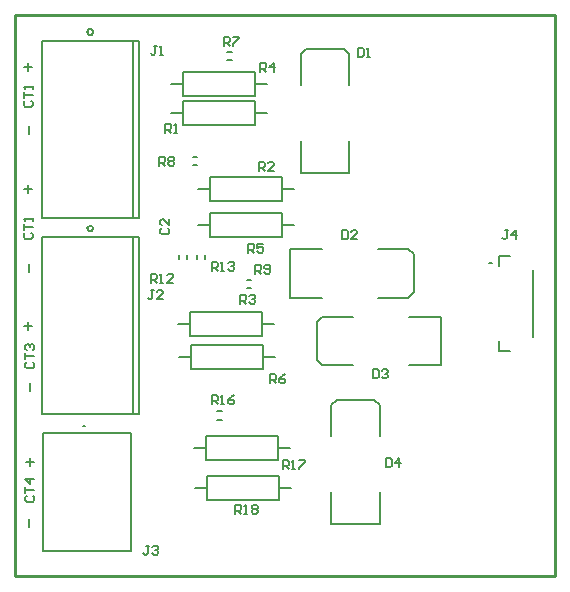
<source format=gto>
G04*
G04 #@! TF.GenerationSoftware,Altium Limited,Altium Designer,18.1.7 (191)*
G04*
G04 Layer_Color=65535*
%FSLAX25Y25*%
%MOIN*%
G70*
G01*
G75*
%ADD10C,0.00787*%
%ADD11C,0.00800*%
%ADD12C,0.01000*%
%ADD13C,0.00500*%
D10*
X123394Y363047D02*
X122606D01*
X123394D01*
X258831Y417386D02*
X258043D01*
X258831D01*
X167260Y365209D02*
X168835D01*
X167260Y367965D02*
X168835D01*
X221571Y359850D02*
Y370087D01*
X219799Y371858D02*
X221571Y370087D01*
X205410D02*
X207201Y371858D01*
X205429Y330520D02*
Y341150D01*
X221571Y330520D02*
Y341150D01*
X205429Y330520D02*
X221571D01*
X207201Y371858D02*
X219799D01*
X205429Y359850D02*
Y370087D01*
X202413Y399571D02*
X212650D01*
X200642Y397799D02*
X202413Y399571D01*
X200642Y385201D02*
X202413Y383410D01*
X231350Y383429D02*
X241980D01*
X231350Y399571D02*
X241980D01*
Y383429D02*
Y399571D01*
X200642Y385201D02*
Y397799D01*
X202413Y383429D02*
X212650D01*
X195185Y476756D02*
Y486992D01*
X196957Y488764D02*
X209555D01*
X195185Y447425D02*
X211327D01*
Y458055D01*
X195185Y447425D02*
Y458055D01*
X195165Y486992D02*
X196957Y488764D01*
X209555D02*
X211327Y486992D01*
Y476756D02*
Y486992D01*
X170713Y487878D02*
X172287D01*
X170713Y485122D02*
X172287D01*
X177213Y409122D02*
X178787D01*
X177213Y411878D02*
X178787D01*
X160622Y418713D02*
Y420287D01*
X163378Y418713D02*
Y420287D01*
X157468Y418713D02*
Y420287D01*
X154713Y418713D02*
Y420287D01*
X159213Y450122D02*
X160787D01*
X159213Y452878D02*
X160787D01*
X220850Y405929D02*
X231087D01*
X232858Y407701D01*
X231087Y422090D02*
X232858Y420299D01*
X191520Y422071D02*
X202150D01*
X191520Y405929D02*
X202150D01*
X191520D02*
Y422071D01*
X232858Y407701D02*
Y420299D01*
X220850Y422071D02*
X231087D01*
X160000Y342500D02*
X164000D01*
X188000D02*
X192000D01*
X164000Y346500D02*
X188000D01*
X164000Y338500D02*
Y346500D01*
Y338500D02*
X188000D01*
Y346500D01*
X159500Y355658D02*
X163500D01*
X187500D02*
X191500D01*
X163500Y359658D02*
X187500D01*
X163500Y351658D02*
Y359658D01*
Y351658D02*
X187500D01*
Y359658D01*
X154681Y386000D02*
X158681D01*
X182681D02*
X186681D01*
X158681Y390000D02*
X182681D01*
X158681Y382000D02*
Y390000D01*
Y382000D02*
X182681D01*
Y390000D01*
X161000Y430000D02*
X165000D01*
X189000D02*
X193000D01*
X165000Y434000D02*
X189000D01*
X165000Y426000D02*
Y434000D01*
Y426000D02*
X189000D01*
Y434000D01*
X152000Y477256D02*
X156000D01*
X180000D02*
X184000D01*
X156000Y481256D02*
X180000D01*
X156000Y473256D02*
Y481256D01*
Y473256D02*
X180000D01*
Y481256D01*
X154217Y397000D02*
X158217D01*
X182217D02*
X186216D01*
X158217Y401000D02*
X182217D01*
X158217Y393000D02*
Y401000D01*
Y393000D02*
X182217D01*
Y401000D01*
X161000Y442130D02*
X165000D01*
X189000D02*
X193000D01*
X165000Y446130D02*
X189000D01*
X165000Y438130D02*
Y446130D01*
Y438130D02*
X189000D01*
Y446130D01*
X152000Y467500D02*
X156000D01*
X180000D02*
X184000D01*
X156000Y471500D02*
X180000D01*
X156000Y463500D02*
Y471500D01*
Y463500D02*
X180000D01*
Y471500D01*
D11*
X125984Y494480D02*
X125492Y495333D01*
X124508D01*
X124016Y494480D01*
X124508Y493628D01*
X125492D01*
X125984Y494480D01*
Y428980D02*
X125492Y429833D01*
X124508D01*
X124016Y428980D01*
X124508Y428128D01*
X125492D01*
X125984Y428980D01*
X103500Y351003D02*
X106166D01*
X104833Y352336D02*
Y349670D01*
X104501Y329476D02*
Y332142D01*
X103816Y339818D02*
X103316Y339318D01*
Y338319D01*
X103816Y337819D01*
X105815D01*
X106315Y338319D01*
Y339318D01*
X105815Y339818D01*
X103316Y340818D02*
Y342817D01*
Y341818D01*
X106315D01*
Y345317D02*
X103316D01*
X104815Y343817D01*
Y345816D01*
X105001Y374819D02*
Y377485D01*
X103816Y384318D02*
X103316Y383818D01*
Y382819D01*
X103816Y382319D01*
X105815D01*
X106315Y382819D01*
Y383818D01*
X105815Y384318D01*
X103316Y385318D02*
Y387317D01*
Y386318D01*
X106315D01*
X103816Y388317D02*
X103316Y388817D01*
Y389816D01*
X103816Y390316D01*
X104316D01*
X104815Y389816D01*
Y389317D01*
Y389816D01*
X105315Y390316D01*
X105815D01*
X106315Y389816D01*
Y388817D01*
X105815Y388317D01*
X104501Y414585D02*
Y417251D01*
X103316Y427499D02*
X102816Y427000D01*
Y426000D01*
X103316Y425500D01*
X105315D01*
X105815Y426000D01*
Y427000D01*
X105315Y427499D01*
X102816Y428499D02*
Y430498D01*
Y429499D01*
X105815D01*
Y431498D02*
Y432498D01*
Y431998D01*
X102816D01*
X103316Y431498D01*
Y471499D02*
X102816Y470999D01*
Y470000D01*
X103316Y469500D01*
X105315D01*
X105815Y470000D01*
Y470999D01*
X105315Y471499D01*
X102816Y472499D02*
Y474498D01*
Y473499D01*
X105815D01*
Y475498D02*
Y476498D01*
Y475998D01*
X102816D01*
X103316Y475498D01*
X103000Y396499D02*
X105666D01*
X104333Y397832D02*
Y395166D01*
X103000Y442184D02*
X105666D01*
X104333Y443517D02*
Y440851D01*
X104501Y460500D02*
Y463166D01*
X103000Y482684D02*
X105666D01*
X104333Y484017D02*
Y481352D01*
D12*
X100000Y313000D02*
X104000D01*
X100000D02*
Y500000D01*
X280000D01*
Y313000D02*
Y500000D01*
X104000Y313000D02*
X280000D01*
D13*
X109221Y321315D02*
X138748D01*
X109221D02*
Y360685D01*
X138748D01*
Y321315D02*
Y360685D01*
X139173Y432472D02*
Y491528D01*
X108858D02*
X141142D01*
X108858Y432472D02*
Y491528D01*
Y432472D02*
X139173D01*
X141142D01*
Y491528D01*
X272709Y392779D02*
Y415220D01*
X261291Y419748D02*
X264933D01*
X261291Y416402D02*
Y419748D01*
Y388252D02*
X264933D01*
X261291D02*
Y391598D01*
X141142Y366972D02*
Y426028D01*
X139173Y366972D02*
X141142D01*
X108858D02*
X139173D01*
X108858D02*
Y426028D01*
X141142D01*
X139173Y366972D02*
Y426028D01*
X173347Y333900D02*
Y336899D01*
X174847D01*
X175347Y336399D01*
Y335400D01*
X174847Y334900D01*
X173347D01*
X174347D02*
X175347Y333900D01*
X176346D02*
X177346D01*
X176846D01*
Y336899D01*
X176346Y336399D01*
X178846D02*
X179345Y336899D01*
X180345D01*
X180845Y336399D01*
Y335899D01*
X180345Y335400D01*
X180845Y334900D01*
Y334400D01*
X180345Y333900D01*
X179345D01*
X178846Y334400D01*
Y334900D01*
X179345Y335400D01*
X178846Y335899D01*
Y336399D01*
X179345Y335400D02*
X180345D01*
X189300Y348644D02*
Y351643D01*
X190799D01*
X191299Y351143D01*
Y350144D01*
X190799Y349644D01*
X189300D01*
X190300D02*
X191299Y348644D01*
X192299D02*
X193299D01*
X192799D01*
Y351643D01*
X192299Y351143D01*
X194798Y351643D02*
X196798D01*
Y351143D01*
X194798Y349144D01*
Y348644D01*
X165600Y370400D02*
Y373399D01*
X167099D01*
X167599Y372899D01*
Y371900D01*
X167099Y371400D01*
X165600D01*
X166600D02*
X167599Y370400D01*
X168599D02*
X169599D01*
X169099D01*
Y373399D01*
X168599Y372899D01*
X173098Y373399D02*
X172098Y372899D01*
X171098Y371900D01*
Y370900D01*
X171598Y370400D01*
X172598D01*
X173098Y370900D01*
Y371400D01*
X172598Y371900D01*
X171098D01*
X165600Y414900D02*
Y417899D01*
X167099D01*
X167599Y417399D01*
Y416399D01*
X167099Y415900D01*
X165600D01*
X166600D02*
X167599Y414900D01*
X168599D02*
X169599D01*
X169099D01*
Y417899D01*
X168599Y417399D01*
X171098D02*
X171598Y417899D01*
X172598D01*
X173098Y417399D01*
Y416899D01*
X172598Y416399D01*
X172098D01*
X172598D01*
X173098Y415900D01*
Y415400D01*
X172598Y414900D01*
X171598D01*
X171098Y415400D01*
X145181Y410806D02*
Y413804D01*
X146681D01*
X147180Y413305D01*
Y412305D01*
X146681Y411805D01*
X145181D01*
X146181D02*
X147180Y410806D01*
X148180D02*
X149180D01*
X148680D01*
Y413804D01*
X148180Y413305D01*
X152679Y410806D02*
X150679D01*
X152679Y412805D01*
Y413305D01*
X152179Y413804D01*
X151179D01*
X150679Y413305D01*
X180100Y413900D02*
Y416899D01*
X181599D01*
X182099Y416399D01*
Y415400D01*
X181599Y414900D01*
X180100D01*
X181100D02*
X182099Y413900D01*
X183099Y414400D02*
X183599Y413900D01*
X184599D01*
X185098Y414400D01*
Y416399D01*
X184599Y416899D01*
X183599D01*
X183099Y416399D01*
Y415899D01*
X183599Y415400D01*
X185098D01*
X148050Y449803D02*
Y452802D01*
X149549D01*
X150049Y452302D01*
Y451302D01*
X149549Y450802D01*
X148050D01*
X149050D02*
X150049Y449803D01*
X151049Y452302D02*
X151549Y452802D01*
X152549D01*
X153048Y452302D01*
Y451802D01*
X152549Y451302D01*
X153048Y450802D01*
Y450303D01*
X152549Y449803D01*
X151549D01*
X151049Y450303D01*
Y450802D01*
X151549Y451302D01*
X151049Y451802D01*
Y452302D01*
X151549Y451302D02*
X152549D01*
X184981Y377400D02*
Y380399D01*
X186481D01*
X186980Y379899D01*
Y378900D01*
X186481Y378400D01*
X184981D01*
X185981D02*
X186980Y377400D01*
X189980Y380399D02*
X188980Y379899D01*
X187980Y378900D01*
Y377900D01*
X188480Y377400D01*
X189480D01*
X189980Y377900D01*
Y378400D01*
X189480Y378900D01*
X187980D01*
X177800Y420900D02*
Y423899D01*
X179299D01*
X179799Y423399D01*
Y422400D01*
X179299Y421900D01*
X177800D01*
X178800D02*
X179799Y420900D01*
X182798Y423899D02*
X180799D01*
Y422400D01*
X181799Y422899D01*
X182299D01*
X182798Y422400D01*
Y421400D01*
X182299Y420900D01*
X181299D01*
X180799Y421400D01*
X181800Y481156D02*
Y484155D01*
X183300D01*
X183799Y483655D01*
Y482655D01*
X183300Y482156D01*
X181800D01*
X182800D02*
X183799Y481156D01*
X186299D02*
Y484155D01*
X184799Y482655D01*
X186798D01*
X175016Y403900D02*
Y406899D01*
X176516D01*
X177016Y406399D01*
Y405400D01*
X176516Y404900D01*
X175016D01*
X176016D02*
X177016Y403900D01*
X178015Y406399D02*
X178515Y406899D01*
X179515D01*
X180015Y406399D01*
Y405899D01*
X179515Y405400D01*
X179015D01*
X179515D01*
X180015Y404900D01*
Y404400D01*
X179515Y403900D01*
X178515D01*
X178015Y404400D01*
X181300Y448270D02*
Y451269D01*
X182799D01*
X183299Y450769D01*
Y449770D01*
X182799Y449270D01*
X181300D01*
X182300D02*
X183299Y448270D01*
X186298D02*
X184299D01*
X186298Y450269D01*
Y450769D01*
X185799Y451269D01*
X184799D01*
X184299Y450769D01*
X150115Y460900D02*
Y463899D01*
X151614D01*
X152114Y463399D01*
Y462399D01*
X151614Y461900D01*
X150115D01*
X151115D02*
X152114Y460900D01*
X153114D02*
X154114D01*
X153614D01*
Y463899D01*
X153114Y463399D01*
X144649Y323249D02*
X143650D01*
X144149D01*
Y320750D01*
X143650Y320250D01*
X143150D01*
X142650Y320750D01*
X145649Y322749D02*
X146149Y323249D01*
X147149D01*
X147648Y322749D01*
Y322249D01*
X147149Y321749D01*
X146649D01*
X147149D01*
X147648Y321250D01*
Y320750D01*
X147149Y320250D01*
X146149D01*
X145649Y320750D01*
X147299Y489899D02*
X146300D01*
X146800D01*
Y487400D01*
X146300Y486900D01*
X145800D01*
X145300Y487400D01*
X148299Y486900D02*
X149299D01*
X148799D01*
Y489899D01*
X148299Y489399D01*
X223500Y352299D02*
Y349300D01*
X224999D01*
X225499Y349800D01*
Y351799D01*
X224999Y352299D01*
X223500D01*
X227998Y349300D02*
Y352299D01*
X226499Y350799D01*
X228498D01*
X219200Y381999D02*
Y379000D01*
X220700D01*
X221199Y379500D01*
Y381499D01*
X220700Y381999D01*
X219200D01*
X222199Y381499D02*
X222699Y381999D01*
X223698D01*
X224198Y381499D01*
Y380999D01*
X223698Y380500D01*
X223199D01*
X223698D01*
X224198Y380000D01*
Y379500D01*
X223698Y379000D01*
X222699D01*
X222199Y379500D01*
X209000Y428299D02*
Y425300D01*
X210500D01*
X210999Y425800D01*
Y427799D01*
X210500Y428299D01*
X209000D01*
X213998Y425300D02*
X211999D01*
X213998Y427299D01*
Y427799D01*
X213498Y428299D01*
X212499D01*
X211999Y427799D01*
X148901Y429099D02*
X148401Y428600D01*
Y427600D01*
X148901Y427100D01*
X150900D01*
X151400Y427600D01*
Y428600D01*
X150900Y429099D01*
X151400Y432098D02*
Y430099D01*
X149401Y432098D01*
X148901D01*
X148401Y431599D01*
Y430599D01*
X148901Y430099D01*
X169600Y489900D02*
Y492899D01*
X171099D01*
X171599Y492399D01*
Y491399D01*
X171099Y490900D01*
X169600D01*
X170600D02*
X171599Y489900D01*
X172599Y492899D02*
X174598D01*
Y492399D01*
X172599Y490400D01*
Y489900D01*
X264399Y428399D02*
X263400D01*
X263899D01*
Y425900D01*
X263400Y425400D01*
X262900D01*
X262400Y425900D01*
X266898Y425400D02*
Y428399D01*
X265399Y426899D01*
X267398D01*
X146299Y408399D02*
X145300D01*
X145800D01*
Y405900D01*
X145300Y405400D01*
X144800D01*
X144300Y405900D01*
X149298Y405400D02*
X147299D01*
X149298Y407399D01*
Y407899D01*
X148799Y408399D01*
X147799D01*
X147299Y407899D01*
X214300Y489199D02*
Y486200D01*
X215799D01*
X216299Y486700D01*
Y488699D01*
X215799Y489199D01*
X214300D01*
X217299Y486200D02*
X218299D01*
X217799D01*
Y489199D01*
X217299Y488699D01*
M02*

</source>
